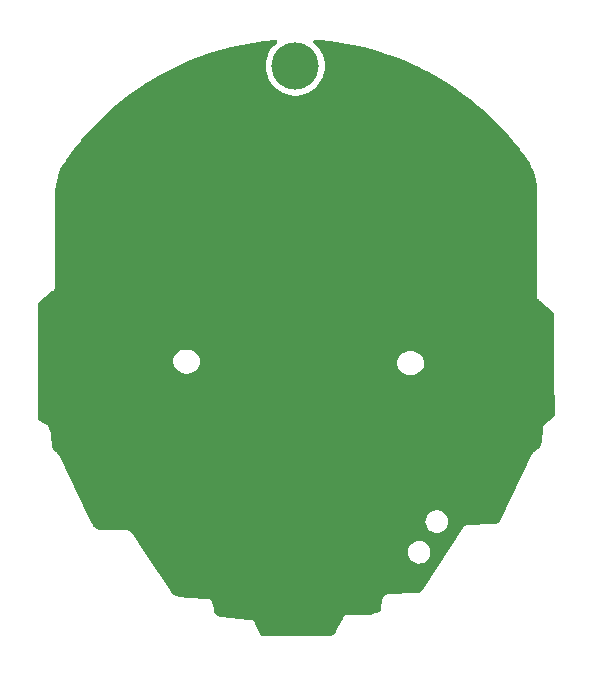
<source format=gbr>
%TF.GenerationSoftware,KiCad,Pcbnew,(6.0.7)*%
%TF.CreationDate,2022-11-23T15:41:05-06:00*%
%TF.ProjectId,LLK,4c4c4b2e-6b69-4636-9164-5f7063625858,rev?*%
%TF.SameCoordinates,Original*%
%TF.FileFunction,Copper,L1,Top*%
%TF.FilePolarity,Positive*%
%FSLAX46Y46*%
G04 Gerber Fmt 4.6, Leading zero omitted, Abs format (unit mm)*
G04 Created by KiCad (PCBNEW (6.0.7)) date 2022-11-23 15:41:05*
%MOMM*%
%LPD*%
G01*
G04 APERTURE LIST*
%TA.AperFunction,ComponentPad*%
%ADD10C,4.000000*%
%TD*%
G04 APERTURE END LIST*
D10*
%TO.P,REF\u002A\u002A,*%
%TO.N,*%
X150660000Y-79220000D03*
%TD*%
%TA.AperFunction,NonConductor*%
G36*
X152698941Y-77044426D02*
G01*
X152703948Y-77044828D01*
X153642541Y-77139228D01*
X153647528Y-77139831D01*
X154121557Y-77206684D01*
X154581558Y-77271559D01*
X154586476Y-77272353D01*
X155050532Y-77356787D01*
X155514569Y-77441218D01*
X155519492Y-77442216D01*
X156440057Y-77647927D01*
X156444937Y-77649120D01*
X157356575Y-77891362D01*
X157361403Y-77892748D01*
X157871655Y-78050357D01*
X158262699Y-78171145D01*
X158267443Y-78172715D01*
X158555586Y-78274467D01*
X159156908Y-78486812D01*
X159161611Y-78488579D01*
X160037846Y-78837878D01*
X160042474Y-78839831D01*
X160701565Y-79133530D01*
X160886730Y-79216042D01*
X160904070Y-79223769D01*
X160908589Y-79225891D01*
X161754264Y-79643901D01*
X161758709Y-79646210D01*
X162586992Y-80097565D01*
X162591354Y-80100056D01*
X163400999Y-80584073D01*
X163405258Y-80586736D01*
X164194943Y-81102626D01*
X164199093Y-81105456D01*
X164967618Y-81652433D01*
X164971649Y-81655425D01*
X165698011Y-82217323D01*
X165717750Y-82232593D01*
X165721658Y-82235742D01*
X166427096Y-82827867D01*
X166444174Y-82842202D01*
X166447956Y-82845508D01*
X167145699Y-83480261D01*
X167149347Y-83483715D01*
X167156700Y-83490960D01*
X167805426Y-84130199D01*
X167821241Y-84145783D01*
X167824748Y-84149379D01*
X168469722Y-84837705D01*
X168473078Y-84841432D01*
X169075630Y-85538186D01*
X169090125Y-85554947D01*
X169093330Y-85558808D01*
X169667628Y-86279019D01*
X169681414Y-86296308D01*
X169684460Y-86300288D01*
X169974961Y-86695981D01*
X170216878Y-87025499D01*
X170228276Y-87044255D01*
X170232350Y-87052502D01*
X170232355Y-87052510D01*
X170236329Y-87060553D01*
X170242401Y-87067158D01*
X170242405Y-87067164D01*
X170243414Y-87068261D01*
X170258284Y-87088022D01*
X170493256Y-87474048D01*
X170497863Y-87482298D01*
X170726482Y-87930390D01*
X170730372Y-87938758D01*
X170943569Y-88445100D01*
X170949389Y-88462289D01*
X171052291Y-88858067D01*
X171056119Y-88882226D01*
X171081254Y-89301132D01*
X171081480Y-89308810D01*
X171081125Y-89639463D01*
X171071551Y-98562125D01*
X171070152Y-98580711D01*
X171066283Y-98606462D01*
X171071352Y-98643677D01*
X171071463Y-98644753D01*
X171071461Y-98645967D01*
X171071920Y-98649193D01*
X171076244Y-98679617D01*
X171076343Y-98680322D01*
X171085939Y-98750787D01*
X171086554Y-98752164D01*
X171086766Y-98753658D01*
X171090311Y-98761478D01*
X171090312Y-98761480D01*
X171116102Y-98818364D01*
X171116403Y-98819033D01*
X171145312Y-98883794D01*
X171146288Y-98884942D01*
X171146911Y-98886317D01*
X171193436Y-98940429D01*
X171217782Y-98969081D01*
X171218698Y-98969872D01*
X171219442Y-98970677D01*
X171236019Y-98989957D01*
X171241872Y-98996764D01*
X171267004Y-99013092D01*
X171280671Y-99023355D01*
X171357764Y-99089887D01*
X172490022Y-100067042D01*
X172528525Y-100126691D01*
X172533696Y-100161475D01*
X172573198Y-105370000D01*
X172599263Y-108806895D01*
X172579779Y-108875166D01*
X172554715Y-108903987D01*
X172086204Y-109300919D01*
X172075907Y-109308771D01*
X171922960Y-109413420D01*
X171919314Y-109415823D01*
X171866164Y-109449525D01*
X171860236Y-109456268D01*
X171840575Y-109478630D01*
X171831127Y-109488280D01*
X171802567Y-109514478D01*
X171797922Y-109522157D01*
X171767684Y-109572146D01*
X171766182Y-109574567D01*
X171740366Y-109615136D01*
X171739172Y-109617012D01*
X171733369Y-109625159D01*
X171727685Y-109630533D01*
X171696464Y-109683956D01*
X171693998Y-109687998D01*
X171681395Y-109707803D01*
X171679544Y-109711900D01*
X171677418Y-109715832D01*
X171677415Y-109715830D01*
X171674209Y-109722037D01*
X171658723Y-109748535D01*
X171658720Y-109748542D01*
X171654192Y-109756290D01*
X171652020Y-109765000D01*
X171650436Y-109771354D01*
X171642998Y-109792760D01*
X171636597Y-109806922D01*
X171633615Y-109828086D01*
X171631060Y-109846218D01*
X171628547Y-109859127D01*
X171628293Y-109860146D01*
X171627112Y-109864883D01*
X171626674Y-109869739D01*
X171626674Y-109869740D01*
X171625054Y-109887711D01*
X171624332Y-109893962D01*
X171616273Y-109951155D01*
X171617566Y-109960042D01*
X171617577Y-109964684D01*
X171617068Y-109976284D01*
X171520696Y-111045132D01*
X171514022Y-111075752D01*
X171433292Y-111304487D01*
X171431768Y-111308427D01*
X171430122Y-111311617D01*
X171428584Y-111316231D01*
X171419360Y-111343902D01*
X171418643Y-111345990D01*
X171409826Y-111370971D01*
X171409823Y-111370980D01*
X171408337Y-111375192D01*
X171407637Y-111378699D01*
X171406364Y-111382888D01*
X171362853Y-111513422D01*
X171342110Y-111551785D01*
X171315346Y-111585593D01*
X171269355Y-111621789D01*
X171203911Y-111651993D01*
X171180552Y-111660102D01*
X171179572Y-111660338D01*
X171170386Y-111662545D01*
X171162598Y-111667007D01*
X171130999Y-111685111D01*
X171121160Y-111690188D01*
X171113757Y-111693604D01*
X171109996Y-111696039D01*
X171109995Y-111696040D01*
X171098072Y-111703761D01*
X171092224Y-111707325D01*
X171073276Y-111718181D01*
X171069478Y-111721220D01*
X171069470Y-111721225D01*
X171067469Y-111722826D01*
X171057249Y-111730196D01*
X171022455Y-111752726D01*
X171016593Y-111759524D01*
X171016591Y-111759525D01*
X171013060Y-111763619D01*
X170996357Y-111779716D01*
X170948794Y-111817767D01*
X170947510Y-111818659D01*
X170946010Y-111819289D01*
X170942491Y-111822146D01*
X170942478Y-111822155D01*
X170886838Y-111867327D01*
X170886213Y-111867832D01*
X170863831Y-111885738D01*
X170862932Y-111886695D01*
X170862182Y-111887345D01*
X170839898Y-111905436D01*
X170839893Y-111905441D01*
X170832928Y-111911096D01*
X170827827Y-111918483D01*
X170818537Y-111931935D01*
X170806721Y-111946574D01*
X170804537Y-111948901D01*
X170789384Y-111965042D01*
X170773549Y-111996270D01*
X170771472Y-112000088D01*
X170769330Y-112003189D01*
X170755641Y-112031532D01*
X170754601Y-112033633D01*
X170732240Y-112077730D01*
X170723507Y-112094951D01*
X170722742Y-112099043D01*
X170721096Y-112103064D01*
X168084408Y-117562677D01*
X168075327Y-117581481D01*
X168069576Y-117592064D01*
X167961202Y-117770563D01*
X167939236Y-117797503D01*
X167824704Y-117903855D01*
X167778813Y-117931056D01*
X167603477Y-117989502D01*
X167581459Y-117994700D01*
X167322303Y-118031722D01*
X167308648Y-118032919D01*
X165236268Y-118101346D01*
X165231532Y-118101414D01*
X165169581Y-118101120D01*
X165160957Y-118103598D01*
X165160954Y-118103598D01*
X165131481Y-118112066D01*
X165118658Y-118115035D01*
X165079619Y-118121947D01*
X165071572Y-118125931D01*
X165071573Y-118125931D01*
X165065664Y-118128856D01*
X165044548Y-118137040D01*
X165038216Y-118138859D01*
X165038210Y-118138862D01*
X165029587Y-118141339D01*
X165022005Y-118146137D01*
X165021999Y-118146140D01*
X164996092Y-118162536D01*
X164984623Y-118168982D01*
X164949086Y-118186578D01*
X164937627Y-118197130D01*
X164919661Y-118210908D01*
X164906507Y-118219233D01*
X164900572Y-118225972D01*
X164900568Y-118225975D01*
X164880307Y-118248979D01*
X164871106Y-118258387D01*
X164841939Y-118285246D01*
X164837309Y-118292934D01*
X164837308Y-118292935D01*
X164807723Y-118342058D01*
X164806029Y-118344792D01*
X161541931Y-123464167D01*
X161539274Y-123468078D01*
X161536763Y-123471041D01*
X161519259Y-123499684D01*
X161517989Y-123501718D01*
X161501608Y-123527410D01*
X161500007Y-123530944D01*
X161497576Y-123535165D01*
X161470541Y-123579404D01*
X161438032Y-123614944D01*
X161330932Y-123694276D01*
X161303764Y-123709595D01*
X161250917Y-123731276D01*
X161058971Y-123810023D01*
X161029393Y-123818124D01*
X160728123Y-123862212D01*
X160715463Y-123863415D01*
X158542853Y-123959549D01*
X158521053Y-123958622D01*
X158516198Y-123957991D01*
X158512195Y-123957471D01*
X158512193Y-123957471D01*
X158503296Y-123956315D01*
X158465840Y-123962179D01*
X158459962Y-123962769D01*
X158459977Y-123962897D01*
X158455519Y-123963413D01*
X158451045Y-123963611D01*
X158425422Y-123968445D01*
X158421555Y-123969112D01*
X158359391Y-123978845D01*
X158352092Y-123982279D01*
X158344158Y-123983776D01*
X158288004Y-124012367D01*
X158284593Y-124014038D01*
X158227594Y-124040857D01*
X158221551Y-124046203D01*
X158214357Y-124049866D01*
X158207823Y-124056020D01*
X158168533Y-124093024D01*
X158165632Y-124095672D01*
X158118499Y-124137368D01*
X158114199Y-124144196D01*
X158108323Y-124149730D01*
X158103779Y-124157470D01*
X158103778Y-124157471D01*
X158076432Y-124204048D01*
X158074394Y-124207399D01*
X158040877Y-124260620D01*
X158038667Y-124268375D01*
X158034578Y-124275341D01*
X158032389Y-124284044D01*
X158032389Y-124284045D01*
X158019225Y-124336391D01*
X158018208Y-124340185D01*
X158011546Y-124363567D01*
X158011544Y-124363575D01*
X158010211Y-124368255D01*
X158009613Y-124373088D01*
X158008645Y-124377857D01*
X158008445Y-124377816D01*
X158007345Y-124383631D01*
X157999054Y-124416600D01*
X157999396Y-124425573D01*
X157999396Y-124425575D01*
X157999886Y-124438406D01*
X157999025Y-124458679D01*
X157909370Y-125183391D01*
X157901621Y-125246027D01*
X157884970Y-125294793D01*
X157829052Y-125389153D01*
X157812005Y-125411700D01*
X157775133Y-125450512D01*
X157726355Y-125482319D01*
X157495332Y-125565251D01*
X157488471Y-125567494D01*
X157152421Y-125666781D01*
X157117335Y-125671944D01*
X155212146Y-125681192D01*
X155188081Y-125678867D01*
X155187178Y-125678817D01*
X155178372Y-125677055D01*
X155169428Y-125677835D01*
X155169427Y-125677835D01*
X155144956Y-125679970D01*
X155131317Y-125681159D01*
X155120980Y-125681635D01*
X155120243Y-125681638D01*
X155115500Y-125681661D01*
X155115495Y-125681661D01*
X155111019Y-125681683D01*
X155106586Y-125682340D01*
X155106583Y-125682340D01*
X155094311Y-125684158D01*
X155086795Y-125685041D01*
X155061130Y-125687280D01*
X155033265Y-125689710D01*
X155024902Y-125692968D01*
X155018538Y-125694453D01*
X155012295Y-125696311D01*
X155003421Y-125697626D01*
X154995274Y-125701378D01*
X154995271Y-125701379D01*
X154954599Y-125720111D01*
X154947627Y-125723071D01*
X154897543Y-125742582D01*
X154890425Y-125748061D01*
X154884755Y-125751260D01*
X154879279Y-125754799D01*
X154871120Y-125758557D01*
X154864348Y-125764450D01*
X154864346Y-125764451D01*
X154830563Y-125793848D01*
X154824710Y-125798639D01*
X154807308Y-125812033D01*
X154789228Y-125825948D01*
X154789226Y-125825950D01*
X154782115Y-125831423D01*
X154776824Y-125838674D01*
X154772260Y-125843357D01*
X154768009Y-125848278D01*
X154761238Y-125854170D01*
X154737021Y-125891932D01*
X154732223Y-125899414D01*
X154727947Y-125905660D01*
X154719013Y-125917904D01*
X154719008Y-125917911D01*
X154716147Y-125921833D01*
X154711918Y-125930039D01*
X154705983Y-125940331D01*
X154682607Y-125976781D01*
X154680077Y-125985393D01*
X154680076Y-125985395D01*
X154679071Y-125988815D01*
X154670181Y-126011020D01*
X154539798Y-126264003D01*
X154112422Y-127093241D01*
X154076390Y-127163153D01*
X154051650Y-127196324D01*
X153892743Y-127348875D01*
X153886667Y-127354339D01*
X153844250Y-127390059D01*
X153813835Y-127415672D01*
X153768470Y-127440101D01*
X153648036Y-127475785D01*
X153639026Y-127478095D01*
X153498596Y-127508624D01*
X153471830Y-127511500D01*
X148221030Y-127511500D01*
X148204803Y-127510451D01*
X147937861Y-127475783D01*
X147814023Y-127459700D01*
X147749045Y-127431091D01*
X147717038Y-127390059D01*
X147698301Y-127351705D01*
X147258056Y-126450580D01*
X147255585Y-126444683D01*
X147254475Y-126439117D01*
X147250319Y-126431161D01*
X147250318Y-126431157D01*
X147224024Y-126380817D01*
X147222496Y-126377793D01*
X147212834Y-126358016D01*
X147212833Y-126358014D01*
X147210862Y-126353980D01*
X147208338Y-126350264D01*
X147206992Y-126347944D01*
X147204303Y-126343061D01*
X147191198Y-126317971D01*
X147187040Y-126310010D01*
X147173846Y-126296289D01*
X147160448Y-126279764D01*
X147149742Y-126264003D01*
X147139006Y-126255150D01*
X147121813Y-126240970D01*
X147111157Y-126231097D01*
X147092304Y-126211491D01*
X147092302Y-126211489D01*
X147086080Y-126205019D01*
X147069566Y-126195553D01*
X147052062Y-126183448D01*
X147044293Y-126177041D01*
X147037368Y-126171330D01*
X147004097Y-126157061D01*
X146991110Y-126150581D01*
X146967503Y-126137049D01*
X146967501Y-126137048D01*
X146959711Y-126132583D01*
X146950983Y-126130484D01*
X146950980Y-126130483D01*
X146941198Y-126128131D01*
X146920995Y-126121423D01*
X146903502Y-126113921D01*
X146876400Y-126110635D01*
X146867581Y-126109566D01*
X146860447Y-126108281D01*
X146860440Y-126108324D01*
X146855629Y-126107554D01*
X146850894Y-126106415D01*
X146824820Y-126104284D01*
X146819924Y-126103788D01*
X146758902Y-126096390D01*
X146750941Y-126097707D01*
X146740465Y-126097392D01*
X144343369Y-125901519D01*
X144304424Y-125891932D01*
X144150696Y-125826715D01*
X144120630Y-125808657D01*
X144011090Y-125719981D01*
X143999399Y-125709228D01*
X143823827Y-125526023D01*
X143820121Y-125521933D01*
X143817575Y-125518448D01*
X143794374Y-125495247D01*
X143792499Y-125493333D01*
X143777062Y-125477225D01*
X143743790Y-125411020D01*
X143727114Y-125312245D01*
X143643391Y-124816347D01*
X143641974Y-124804623D01*
X143641726Y-124801252D01*
X143642343Y-124792297D01*
X143640422Y-124783528D01*
X143629873Y-124735383D01*
X143628712Y-124729394D01*
X143626073Y-124713764D01*
X143626070Y-124713753D01*
X143625326Y-124709344D01*
X143623964Y-124705083D01*
X143623960Y-124705068D01*
X143623442Y-124703448D01*
X143620381Y-124692058D01*
X143613090Y-124658789D01*
X143613089Y-124658786D01*
X143611167Y-124650015D01*
X143606864Y-124642141D01*
X143606861Y-124642134D01*
X143605346Y-124639363D01*
X143595899Y-124617317D01*
X143594932Y-124614294D01*
X143594931Y-124614293D01*
X143592196Y-124605739D01*
X143584688Y-124594621D01*
X143568097Y-124570056D01*
X143561950Y-124559964D01*
X143545615Y-124530076D01*
X143541311Y-124522201D01*
X143532729Y-124513606D01*
X143517477Y-124495101D01*
X143515701Y-124492472D01*
X143515699Y-124492470D01*
X143510675Y-124485031D01*
X143503769Y-124479304D01*
X143503767Y-124479302D01*
X143477535Y-124457550D01*
X143468804Y-124449590D01*
X143444732Y-124425483D01*
X143444731Y-124425483D01*
X143438390Y-124419132D01*
X143427739Y-124413291D01*
X143407901Y-124399806D01*
X143405463Y-124397784D01*
X143405462Y-124397783D01*
X143398553Y-124392054D01*
X143379058Y-124383631D01*
X143359032Y-124374978D01*
X143348421Y-124369790D01*
X143318551Y-124353409D01*
X143318547Y-124353407D01*
X143310678Y-124349092D01*
X143301913Y-124347158D01*
X143301910Y-124347157D01*
X143298815Y-124346474D01*
X143275995Y-124339101D01*
X143273087Y-124337845D01*
X143273086Y-124337845D01*
X143264842Y-124334283D01*
X143239545Y-124331147D01*
X143222115Y-124328986D01*
X143210477Y-124326985D01*
X143206140Y-124326028D01*
X143206132Y-124326027D01*
X143201387Y-124324980D01*
X143196534Y-124324675D01*
X143196524Y-124324674D01*
X143181728Y-124323745D01*
X143174121Y-124323036D01*
X143129197Y-124317467D01*
X143129196Y-124317467D01*
X143120291Y-124316363D01*
X143111432Y-124317803D01*
X143102457Y-124317973D01*
X143102447Y-124317433D01*
X143090507Y-124318021D01*
X141691523Y-124230218D01*
X140826717Y-124175942D01*
X140805206Y-124172710D01*
X140639288Y-124132890D01*
X140627310Y-124129378D01*
X140493110Y-124082699D01*
X140468184Y-124070827D01*
X140444265Y-124056020D01*
X140354013Y-124000150D01*
X140340237Y-123990281D01*
X140281620Y-123942008D01*
X140255272Y-123912161D01*
X140140712Y-123731276D01*
X140137587Y-123726069D01*
X140135736Y-123722810D01*
X140133667Y-123718404D01*
X140116669Y-123693214D01*
X140114667Y-123690152D01*
X140102450Y-123670862D01*
X140102449Y-123670861D01*
X140100054Y-123667079D01*
X140097147Y-123663675D01*
X140094482Y-123660063D01*
X140094619Y-123659962D01*
X140091196Y-123655465D01*
X140039868Y-123579401D01*
X137922154Y-120441102D01*
X160163495Y-120441102D01*
X160192613Y-120633637D01*
X160194816Y-120639623D01*
X160194817Y-120639629D01*
X160257648Y-120810398D01*
X160257650Y-120810403D01*
X160259851Y-120816384D01*
X160362462Y-120981878D01*
X160496254Y-121123360D01*
X160655763Y-121235049D01*
X160661626Y-121237586D01*
X160828613Y-121309848D01*
X160828617Y-121309849D01*
X160834472Y-121312383D01*
X160840719Y-121313688D01*
X160840722Y-121313689D01*
X161020345Y-121351214D01*
X161020350Y-121351215D01*
X161025081Y-121352203D01*
X161031473Y-121352538D01*
X161174451Y-121352538D01*
X161243739Y-121345500D01*
X161313166Y-121338448D01*
X161313167Y-121338448D01*
X161319515Y-121337803D01*
X161400631Y-121312383D01*
X161499239Y-121281482D01*
X161499244Y-121281480D01*
X161505329Y-121279573D01*
X161592263Y-121231384D01*
X161670059Y-121188261D01*
X161670062Y-121188259D01*
X161675638Y-121185168D01*
X161680479Y-121181019D01*
X161680483Y-121181016D01*
X161818643Y-121062598D01*
X161823486Y-121058447D01*
X161942834Y-120904585D01*
X161983567Y-120821806D01*
X162025988Y-120735594D01*
X162028806Y-120729867D01*
X162030416Y-120723687D01*
X162076280Y-120547613D01*
X162076280Y-120547610D01*
X162077890Y-120541431D01*
X162088081Y-120346974D01*
X162058963Y-120154439D01*
X162056760Y-120148453D01*
X162056759Y-120148447D01*
X161993928Y-119977678D01*
X161993926Y-119977673D01*
X161991725Y-119971692D01*
X161889114Y-119806198D01*
X161755322Y-119664716D01*
X161595813Y-119553027D01*
X161547801Y-119532250D01*
X161422963Y-119478228D01*
X161422959Y-119478227D01*
X161417104Y-119475693D01*
X161410857Y-119474388D01*
X161410854Y-119474387D01*
X161231231Y-119436862D01*
X161231226Y-119436861D01*
X161226495Y-119435873D01*
X161220103Y-119435538D01*
X161077125Y-119435538D01*
X161007837Y-119442576D01*
X160938410Y-119449628D01*
X160938409Y-119449628D01*
X160932061Y-119450273D01*
X160889183Y-119463710D01*
X160752337Y-119506594D01*
X160752332Y-119506596D01*
X160746247Y-119508503D01*
X160686613Y-119541559D01*
X160581517Y-119599815D01*
X160581514Y-119599817D01*
X160575938Y-119602908D01*
X160571097Y-119607057D01*
X160571093Y-119607060D01*
X160508099Y-119661053D01*
X160428090Y-119729629D01*
X160308742Y-119883491D01*
X160305926Y-119889214D01*
X160305924Y-119889217D01*
X160262396Y-119977678D01*
X160222770Y-120058209D01*
X160221161Y-120064387D01*
X160221160Y-120064389D01*
X160199265Y-120148447D01*
X160173686Y-120246645D01*
X160163495Y-120441102D01*
X137922154Y-120441102D01*
X136796977Y-118773670D01*
X136795190Y-118770945D01*
X136764483Y-118722780D01*
X136764482Y-118722779D01*
X136759656Y-118715209D01*
X136732622Y-118691558D01*
X136722193Y-118681306D01*
X136704100Y-118661325D01*
X136704098Y-118661323D01*
X136698075Y-118654672D01*
X136690429Y-118649979D01*
X136690427Y-118649978D01*
X136681616Y-118644571D01*
X136664558Y-118632013D01*
X136656785Y-118625213D01*
X136650030Y-118619303D01*
X136641891Y-118615528D01*
X136641886Y-118615525D01*
X136617440Y-118604187D01*
X136604550Y-118597273D01*
X136593000Y-118590185D01*
X136573933Y-118578483D01*
X136555301Y-118573407D01*
X136535412Y-118566144D01*
X136526036Y-118561796D01*
X136526034Y-118561795D01*
X136517891Y-118558019D01*
X136482372Y-118552659D01*
X136468054Y-118549639D01*
X136442059Y-118542557D01*
X136442054Y-118542556D01*
X136433397Y-118540198D01*
X136424423Y-118540364D01*
X136424422Y-118540364D01*
X136398410Y-118540846D01*
X136362020Y-118541519D01*
X136360339Y-118541540D01*
X134317232Y-118551132D01*
X134286086Y-118547371D01*
X134093895Y-118499324D01*
X134074357Y-118492698D01*
X133870441Y-118404335D01*
X133852089Y-118394509D01*
X133769416Y-118341014D01*
X133606118Y-118235350D01*
X133587672Y-118220806D01*
X133506212Y-118143225D01*
X133479203Y-118105848D01*
X133354919Y-117843026D01*
X161663495Y-117843026D01*
X161692613Y-118035561D01*
X161694816Y-118041547D01*
X161694817Y-118041553D01*
X161757648Y-118212322D01*
X161757650Y-118212327D01*
X161759851Y-118218308D01*
X161806122Y-118292935D01*
X161836580Y-118342058D01*
X161862462Y-118383802D01*
X161866843Y-118388435D01*
X161866844Y-118388436D01*
X161969331Y-118496814D01*
X161996254Y-118525284D01*
X162001484Y-118528946D01*
X162001485Y-118528947D01*
X162048399Y-118561796D01*
X162155763Y-118636973D01*
X162161626Y-118639510D01*
X162328613Y-118711772D01*
X162328617Y-118711773D01*
X162334472Y-118714307D01*
X162340719Y-118715612D01*
X162340722Y-118715613D01*
X162520345Y-118753138D01*
X162520350Y-118753139D01*
X162525081Y-118754127D01*
X162531473Y-118754462D01*
X162674451Y-118754462D01*
X162743739Y-118747424D01*
X162813166Y-118740372D01*
X162813167Y-118740372D01*
X162819515Y-118739727D01*
X162900631Y-118714307D01*
X162999239Y-118683406D01*
X162999244Y-118683404D01*
X163005329Y-118681497D01*
X163117529Y-118619303D01*
X163170059Y-118590185D01*
X163170062Y-118590183D01*
X163175638Y-118587092D01*
X163180479Y-118582943D01*
X163180483Y-118582940D01*
X163318643Y-118464522D01*
X163323486Y-118460371D01*
X163442834Y-118306509D01*
X163449514Y-118292935D01*
X163525988Y-118137518D01*
X163528806Y-118131791D01*
X163536719Y-118101414D01*
X163576280Y-117949537D01*
X163576280Y-117949534D01*
X163577890Y-117943355D01*
X163585534Y-117797503D01*
X163587747Y-117755279D01*
X163587747Y-117755275D01*
X163588081Y-117748898D01*
X163558963Y-117556363D01*
X163556760Y-117550377D01*
X163556759Y-117550371D01*
X163493928Y-117379602D01*
X163493926Y-117379597D01*
X163491725Y-117373616D01*
X163389114Y-117208122D01*
X163255322Y-117066640D01*
X163095813Y-116954951D01*
X163047801Y-116934174D01*
X162922963Y-116880152D01*
X162922959Y-116880151D01*
X162917104Y-116877617D01*
X162910857Y-116876312D01*
X162910854Y-116876311D01*
X162731231Y-116838786D01*
X162731226Y-116838785D01*
X162726495Y-116837797D01*
X162720103Y-116837462D01*
X162577125Y-116837462D01*
X162507837Y-116844500D01*
X162438410Y-116851552D01*
X162438409Y-116851552D01*
X162432061Y-116852197D01*
X162375727Y-116869851D01*
X162252337Y-116908518D01*
X162252332Y-116908520D01*
X162246247Y-116910427D01*
X162170501Y-116952414D01*
X162081517Y-117001739D01*
X162081514Y-117001741D01*
X162075938Y-117004832D01*
X162071097Y-117008981D01*
X162071093Y-117008984D01*
X162008099Y-117062977D01*
X161928090Y-117131553D01*
X161808742Y-117285415D01*
X161805926Y-117291138D01*
X161805924Y-117291141D01*
X161762396Y-117379602D01*
X161722770Y-117460133D01*
X161721161Y-117466311D01*
X161721160Y-117466313D01*
X161699265Y-117550371D01*
X161673686Y-117648569D01*
X161673352Y-117654948D01*
X161665881Y-117797503D01*
X161663495Y-117843026D01*
X133354919Y-117843026D01*
X133093943Y-117291141D01*
X130759543Y-112354596D01*
X130752951Y-112337555D01*
X130745074Y-112311772D01*
X130724622Y-112280623D01*
X130724354Y-112280182D01*
X130724084Y-112279611D01*
X130704636Y-112250182D01*
X130683648Y-112218216D01*
X130683228Y-112217751D01*
X130682926Y-112217329D01*
X130669064Y-112196353D01*
X130669061Y-112196350D01*
X130664114Y-112188864D01*
X130640550Y-112168922D01*
X130628516Y-112157279D01*
X130483924Y-111997467D01*
X130477659Y-111989979D01*
X130471453Y-111981948D01*
X130471447Y-111981942D01*
X130468476Y-111978097D01*
X130457446Y-111967648D01*
X130450676Y-111960720D01*
X130442574Y-111951765D01*
X130430362Y-111941622D01*
X130424247Y-111936195D01*
X130242083Y-111763619D01*
X130162807Y-111688515D01*
X130132084Y-111642852D01*
X130056589Y-111449398D01*
X130048465Y-111414775D01*
X129972901Y-110566788D01*
X129972405Y-110555156D01*
X129972421Y-110550690D01*
X129973725Y-110541808D01*
X129965729Y-110484535D01*
X129965016Y-110478296D01*
X129963252Y-110458498D01*
X129961741Y-110452076D01*
X129959599Y-110440625D01*
X129958924Y-110435792D01*
X129958250Y-110430964D01*
X129956844Y-110426307D01*
X129956842Y-110426297D01*
X129952681Y-110412514D01*
X129950656Y-110404966D01*
X129940394Y-110361358D01*
X129940391Y-110361350D01*
X129938336Y-110352618D01*
X129933912Y-110344812D01*
X129930636Y-110336450D01*
X129931082Y-110336275D01*
X129926271Y-110325034D01*
X129865456Y-110123585D01*
X129807682Y-109932207D01*
X129805624Y-109920900D01*
X129804990Y-109921035D01*
X129803127Y-109912260D01*
X129802526Y-109903301D01*
X129797960Y-109890848D01*
X129783582Y-109851636D01*
X129781257Y-109844676D01*
X129777542Y-109832370D01*
X129776249Y-109828086D01*
X129774356Y-109824016D01*
X129772326Y-109819651D01*
X129768275Y-109809892D01*
X129764187Y-109798745D01*
X129752381Y-109766548D01*
X129747050Y-109759328D01*
X129747049Y-109759325D01*
X129747035Y-109759306D01*
X129734164Y-109737622D01*
X129734155Y-109737602D01*
X129734153Y-109737599D01*
X129730368Y-109729463D01*
X129699911Y-109694731D01*
X129693295Y-109686515D01*
X129665868Y-109649365D01*
X129658723Y-109643929D01*
X129658705Y-109643915D01*
X129640271Y-109626721D01*
X129640253Y-109626701D01*
X129634333Y-109619950D01*
X129595354Y-109595164D01*
X129586694Y-109589131D01*
X129580668Y-109584547D01*
X129576796Y-109581601D01*
X129572523Y-109579289D01*
X129572516Y-109579285D01*
X129562139Y-109573672D01*
X129554475Y-109569170D01*
X129518997Y-109546609D01*
X129518994Y-109546608D01*
X129511421Y-109541792D01*
X129502801Y-109539296D01*
X129494617Y-109535600D01*
X129494668Y-109535488D01*
X129481846Y-109530234D01*
X129013301Y-109276759D01*
X128984159Y-109255032D01*
X128875663Y-109146536D01*
X128841637Y-109084224D01*
X128838758Y-109057317D01*
X128838909Y-108903987D01*
X128843417Y-104310000D01*
X140280000Y-104310000D01*
X140350000Y-104580000D01*
X140354523Y-104587632D01*
X140354524Y-104587635D01*
X140383824Y-104637078D01*
X140510000Y-104850000D01*
X140760000Y-105060000D01*
X140767011Y-105063399D01*
X140767012Y-105063400D01*
X141028125Y-105190000D01*
X141090000Y-105220000D01*
X141160000Y-105240000D01*
X141293341Y-105278098D01*
X141293346Y-105278099D01*
X141300000Y-105280000D01*
X141306907Y-105280406D01*
X141306911Y-105280407D01*
X141461410Y-105289495D01*
X141461412Y-105289495D01*
X141470000Y-105290000D01*
X141478408Y-105288172D01*
X141478410Y-105288172D01*
X141696676Y-105240723D01*
X141696683Y-105240721D01*
X141700000Y-105240000D01*
X141850000Y-105190000D01*
X142160000Y-105020000D01*
X142298617Y-104891651D01*
X142422943Y-104776535D01*
X142422945Y-104776532D01*
X142430000Y-104770000D01*
X142510000Y-104630000D01*
X142513988Y-104615045D01*
X142548655Y-104485045D01*
X142548656Y-104485041D01*
X142550000Y-104480000D01*
X142553810Y-104440000D01*
X159270000Y-104440000D01*
X159340000Y-104710000D01*
X159344523Y-104717632D01*
X159344524Y-104717635D01*
X159379428Y-104776535D01*
X159500000Y-104980000D01*
X159750000Y-105190000D01*
X159757011Y-105193399D01*
X159757012Y-105193400D01*
X160018125Y-105320000D01*
X160080000Y-105350000D01*
X160150000Y-105370000D01*
X160283341Y-105408098D01*
X160283346Y-105408099D01*
X160290000Y-105410000D01*
X160296907Y-105410406D01*
X160296911Y-105410407D01*
X160451410Y-105419495D01*
X160451412Y-105419495D01*
X160460000Y-105420000D01*
X160468408Y-105418172D01*
X160468410Y-105418172D01*
X160686676Y-105370723D01*
X160686683Y-105370721D01*
X160690000Y-105370000D01*
X160840000Y-105320000D01*
X161150000Y-105150000D01*
X161296080Y-105014741D01*
X161412943Y-104906535D01*
X161412945Y-104906532D01*
X161420000Y-104900000D01*
X161500000Y-104760000D01*
X161502101Y-104752122D01*
X161538655Y-104615045D01*
X161538656Y-104615041D01*
X161540000Y-104610000D01*
X161550038Y-104504601D01*
X161559581Y-104404404D01*
X161559581Y-104404398D01*
X161560000Y-104400000D01*
X161550000Y-104180000D01*
X161547527Y-104172168D01*
X161547526Y-104172164D01*
X161492922Y-103999252D01*
X161492921Y-103999250D01*
X161490000Y-103990000D01*
X161300000Y-103720000D01*
X161124500Y-103590000D01*
X161036517Y-103524827D01*
X161036515Y-103524826D01*
X161030000Y-103520000D01*
X161022470Y-103516988D01*
X160737386Y-103402954D01*
X160737383Y-103402953D01*
X160730000Y-103400000D01*
X160722111Y-103398982D01*
X160428029Y-103361036D01*
X160420000Y-103360000D01*
X160110000Y-103400000D01*
X160104218Y-103401927D01*
X160104215Y-103401928D01*
X159990933Y-103439689D01*
X159989031Y-103440306D01*
X159800000Y-103500000D01*
X159530000Y-103710000D01*
X159524833Y-103717046D01*
X159524832Y-103717047D01*
X159519276Y-103724624D01*
X159420000Y-103860000D01*
X159417273Y-103866083D01*
X159417272Y-103866085D01*
X159334828Y-104050000D01*
X159290000Y-104150000D01*
X159270000Y-104440000D01*
X142553810Y-104440000D01*
X142565252Y-104319857D01*
X142569581Y-104274404D01*
X142569581Y-104274398D01*
X142570000Y-104270000D01*
X142560000Y-104050000D01*
X142557527Y-104042168D01*
X142557526Y-104042164D01*
X142502922Y-103869252D01*
X142502921Y-103869250D01*
X142500000Y-103860000D01*
X142407296Y-103728262D01*
X142315814Y-103598262D01*
X142310000Y-103590000D01*
X142262594Y-103554885D01*
X142046517Y-103394827D01*
X142046515Y-103394826D01*
X142040000Y-103390000D01*
X142032470Y-103386988D01*
X141747386Y-103272954D01*
X141747383Y-103272953D01*
X141740000Y-103270000D01*
X141732111Y-103268982D01*
X141438029Y-103231036D01*
X141430000Y-103230000D01*
X141120000Y-103270000D01*
X141114218Y-103271927D01*
X141114215Y-103271928D01*
X141000933Y-103309689D01*
X140999031Y-103310306D01*
X140810000Y-103370000D01*
X140540000Y-103580000D01*
X140534833Y-103587046D01*
X140534832Y-103587047D01*
X140526608Y-103598262D01*
X140430000Y-103730000D01*
X140427273Y-103736083D01*
X140427272Y-103736085D01*
X140309301Y-103999252D01*
X140300000Y-104020000D01*
X140280000Y-104310000D01*
X128843417Y-104310000D01*
X128848213Y-99422610D01*
X128868282Y-99354509D01*
X128892378Y-99326927D01*
X130074643Y-98317076D01*
X130089504Y-98306157D01*
X130104386Y-98296818D01*
X130104390Y-98296815D01*
X130111991Y-98292045D01*
X130136830Y-98264060D01*
X130137343Y-98263519D01*
X130138027Y-98262935D01*
X130139664Y-98261075D01*
X130139678Y-98261060D01*
X130160920Y-98236921D01*
X130161275Y-98236519D01*
X130202913Y-98189607D01*
X130202917Y-98189601D01*
X130208680Y-98183108D01*
X130209151Y-98182111D01*
X130209885Y-98181277D01*
X130240146Y-98116520D01*
X130240375Y-98116034D01*
X130267190Y-98059285D01*
X130267191Y-98059281D01*
X130270909Y-98051413D01*
X130271082Y-98050318D01*
X130271550Y-98049317D01*
X130282442Y-97978526D01*
X130288401Y-97940869D01*
X130288403Y-97939969D01*
X130288493Y-97939203D01*
X130292337Y-97914222D01*
X130292337Y-97914219D01*
X130293701Y-97905354D01*
X130292522Y-97896462D01*
X130292522Y-97896458D01*
X130289698Y-97875162D01*
X130288605Y-97858290D01*
X130308347Y-89862610D01*
X130310742Y-89838472D01*
X130477000Y-88997946D01*
X130477782Y-88994279D01*
X130651570Y-88235099D01*
X130659533Y-88211415D01*
X130841446Y-87808044D01*
X130851927Y-87789268D01*
X131018999Y-87542176D01*
X131209567Y-87260333D01*
X131356600Y-87042877D01*
X131359496Y-87038772D01*
X131505906Y-86839816D01*
X131918604Y-86279003D01*
X131921637Y-86275050D01*
X132510579Y-85538178D01*
X132513786Y-85534325D01*
X133131608Y-84821540D01*
X133134973Y-84817810D01*
X133780734Y-84130199D01*
X133784245Y-84126607D01*
X134456885Y-83465296D01*
X134460537Y-83461846D01*
X135159008Y-82827867D01*
X135162794Y-82824566D01*
X135885975Y-82218936D01*
X135889890Y-82215788D01*
X135978514Y-82147390D01*
X136636666Y-81639442D01*
X136640655Y-81636489D01*
X137390598Y-81104008D01*
X137409803Y-81090372D01*
X137413956Y-81087546D01*
X138012672Y-80697375D01*
X138204256Y-80572524D01*
X138208487Y-80569885D01*
X139018706Y-80086764D01*
X139023041Y-80084295D01*
X139851860Y-79633858D01*
X139856318Y-79631550D01*
X140702409Y-79214520D01*
X140706924Y-79212405D01*
X141569002Y-78829415D01*
X141573586Y-78827487D01*
X142450261Y-78479156D01*
X142454942Y-78477404D01*
X143344749Y-78164314D01*
X143349520Y-78162742D01*
X144251108Y-77885366D01*
X144255924Y-77883988D01*
X145167876Y-77642762D01*
X145172754Y-77641576D01*
X146093573Y-77436898D01*
X146098463Y-77435913D01*
X147026726Y-77268098D01*
X147031661Y-77267307D01*
X147462655Y-77207018D01*
X147965851Y-77136629D01*
X147970838Y-77136032D01*
X148909515Y-77042692D01*
X148914523Y-77042295D01*
X149001822Y-77037117D01*
X149071007Y-77053051D01*
X149120595Y-77103859D01*
X149134842Y-77173412D01*
X149109225Y-77239626D01*
X149083345Y-77264830D01*
X149057860Y-77283346D01*
X148827767Y-77499418D01*
X148626568Y-77742625D01*
X148457438Y-78009131D01*
X148455754Y-78012710D01*
X148455750Y-78012717D01*
X148324733Y-78291144D01*
X148323044Y-78294734D01*
X148225505Y-78594928D01*
X148166359Y-78904980D01*
X148146540Y-79220000D01*
X148166359Y-79535020D01*
X148225505Y-79845072D01*
X148226732Y-79848848D01*
X148307936Y-80098767D01*
X148323044Y-80145266D01*
X148324731Y-80148852D01*
X148324733Y-80148856D01*
X148455750Y-80427283D01*
X148455754Y-80427290D01*
X148457438Y-80430869D01*
X148626568Y-80697375D01*
X148827767Y-80940582D01*
X149057860Y-81156654D01*
X149313221Y-81342184D01*
X149589821Y-81494247D01*
X149593490Y-81495700D01*
X149593495Y-81495702D01*
X149669532Y-81525807D01*
X149883298Y-81610443D01*
X150189025Y-81688940D01*
X150502179Y-81728500D01*
X150817821Y-81728500D01*
X151130975Y-81688940D01*
X151436702Y-81610443D01*
X151650468Y-81525807D01*
X151726505Y-81495702D01*
X151726510Y-81495700D01*
X151730179Y-81494247D01*
X152006779Y-81342184D01*
X152262140Y-81156654D01*
X152492233Y-80940582D01*
X152693432Y-80697375D01*
X152862562Y-80430869D01*
X152864246Y-80427290D01*
X152864250Y-80427283D01*
X152995267Y-80148856D01*
X152995269Y-80148852D01*
X152996956Y-80145266D01*
X153012065Y-80098767D01*
X153093268Y-79848848D01*
X153094495Y-79845072D01*
X153153641Y-79535020D01*
X153173460Y-79220000D01*
X153153641Y-78904980D01*
X153094495Y-78594928D01*
X152996956Y-78294734D01*
X152995267Y-78291144D01*
X152864250Y-78012717D01*
X152864246Y-78012710D01*
X152862562Y-78009131D01*
X152693432Y-77742625D01*
X152492233Y-77499418D01*
X152262140Y-77283346D01*
X152247014Y-77272356D01*
X152213079Y-77247701D01*
X152169725Y-77191479D01*
X152163650Y-77120742D01*
X152196782Y-77057951D01*
X152258602Y-77023039D01*
X152294741Y-77019995D01*
X152698941Y-77044426D01*
G37*
%TD.AperFunction*%
M02*

</source>
